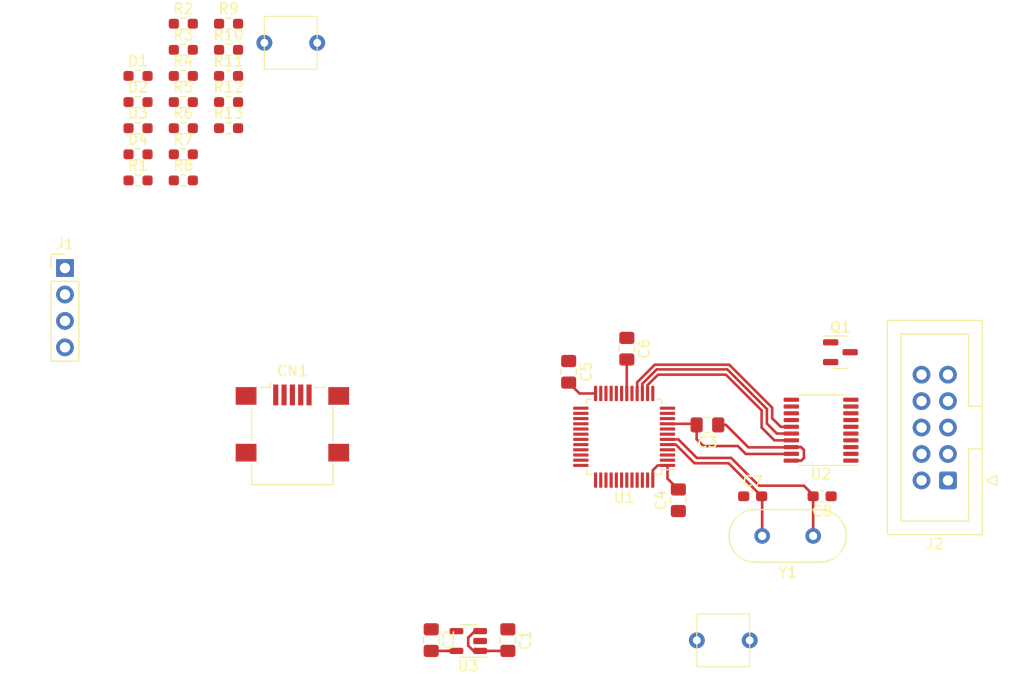
<source format=kicad_pcb>
(kicad_pcb (version 20221018) (generator pcbnew)
  (layers (0 "F.Cu" signal) (31 "B.Cu" signal) (34 "B.Paste" user) (35 "F.Paste" user) (36 "B.SilkS" user "B.Silkscreen") (37 "F.SilkS" user "F.Silkscreen") (38 "B.Mask" user) (39 "F.Mask" user) (44 "Edge.Cuts" user))
  (net 0 "")
  (net 1 "GND")
  (net 2 "+5V")
  (net 3 "+3.3V")
  (net 4 "/TARGET_POWER_ADC")
  (net 5 "Net-(U1-PD0)")
  (net 6 "Net-(U1-PD1)")
  (net 7 "Net-(CN1-D-)")
  (net 8 "Net-(CN1-D+)")
  (net 9 "Net-(D1-A)")
  (net 10 "Net-(D2-A)")
  (net 11 "Net-(D3-A)")
  (net 12 "Net-(D4-A)")
  (net 13 "/TXD")
  (net 14 "/RXD")
  (net 15 "/TPWR")
  (net 16 "/TARGET_TMS")
  (net 17 "/TARGET_TCK")
  (net 18 "/TARGET_TDO")
  (net 20 "/TARGET_TDI")
  (net 21 "/TARGET_RST")
  (net 22 "/PWR_BR")
  (net 23 "/USB_DM")
  (net 24 "/USB_PM")
  (net 25 "/USB_ENUMERATE")
  (net 26 "/VBUS")
  (net 27 "/FORCE_BOOTLOADER")
  (net 28 "/LED2")
  (net 29 "/LED1")
  (net 30 "/LED0")
  (net 31 "Net-(U1-BOOT0)")
  (net 38 "/RST")
  (net 39 "/TDI")
  (net 40 "/TMS")
  (net 41 "/TCK")
  (net 42 "/TDO")
  (footprint "Resistor_SMD:R_0603_1608Metric_Pad0.98x0.95mm_HandSolder" (layer "F.Cu") (at 86.3185 37.207)
    (fp_text reference "R11" (at 0 -1.43) (layer "F.SilkS"))
    (fp_text value "390")
    (fp_line (start -0.254724 -0.5225) (end 0.254724 -0.5225) (stroke (width 0.12)) (layer "F.SilkS"))
    (fp_line (start -0.254724 0.5225) (end 0.254724 0.5225) (stroke (width 0.12)) (layer "F.SilkS"))
    (pad "1" smd roundrect (at -0.9125 0) (size 0.975 0.95) (layers "F.Cu" "F.Paste" "F.Mask") (net 29 "/LED1"))
    (pad "2" smd roundrect (at 0.9125 0) (size 0.975 0.95) (layers "F.Cu" "F.Paste" "F.Mask") (net 11 "Net-(D3-A)"))
  )
  (footprint "Crystal:Crystal_HC18-U_Vertical" (layer "F.Cu") (at 142.494 81.407 180)
    (fp_text reference "Y1" (at 2.45 -3.525) (layer "F.SilkS"))
    (fp_text value "8MHz")
    (fp_line (start -0.675 -2.525) (end 5.575 -2.525) (stroke (width 0.12)) (layer "F.SilkS"))
    (fp_line (start -0.675 2.525) (end 5.575 2.525) (stroke (width 0.12)) (layer "F.SilkS"))
    (fp_arc (start -0.675 2.525) (mid -3.2 0) (end -0.675 -2.525) (stroke (width 0.12)) (layer "F.SilkS"))
    (fp_arc (start 5.575 -2.525) (mid 8.1 0) (end 5.575 2.525) (stroke (width 0.12)) (layer "F.SilkS"))
    (pad "1" thru_hole circle (at 0 0 180) (size 1.5 1.5) (drill 0.8) (layers "*.Cu" "*.Mask") (net 6 "Net-(U1-PD1)"))
    (pad "2" thru_hole circle (at 4.9 0 180) (size 1.5 1.5) (drill 0.8) (layers "*.Cu" "*.Mask") (net 5 "Net-(U1-PD0)"))
  )
  (footprint "Capacitor_SMD:C_0603_1608Metric_Pad1.08x0.95mm_HandSolder" (layer "F.Cu") (at 136.6785 77.597)
    (fp_text reference "C7" (at 0 -1.43) (layer "F.SilkS"))
    (fp_text value "18p")
    (fp_line (start -0.146267 -0.51) (end 0.146267 -0.51) (stroke (width 0.12)) (layer "F.SilkS"))
    (fp_line (start -0.146267 0.51) (end 0.146267 0.51) (stroke (width 0.12)) (layer "F.SilkS"))
    (pad "1" smd roundrect (at -0.8625 0) (size 1.075 0.95) (layers "F.Cu" "F.Paste" "F.Mask") (net 1 "GND"))
    (pad "2" smd roundrect (at 0.8625 0) (size 1.075 0.95) (layers "F.Cu" "F.Paste" "F.Mask") (net 5 "Net-(U1-PD0)"))
  )
  (footprint "Resistor_SMD:R_0603_1608Metric_Pad0.98x0.95mm_HandSolder" (layer "F.Cu") (at 77.6185 42.227)
    (fp_text reference "D3" (at 0 -1.43) (layer "F.SilkS"))
    (fp_text value "LED")
    (fp_line (start -0.254724 -0.5225) (end 0.254724 -0.5225) (stroke (width 0.12)) (layer "F.SilkS"))
    (fp_line (start -0.254724 0.5225) (end 0.254724 0.5225) (stroke (width 0.12)) (layer "F.SilkS"))
    (pad "1" smd roundrect (at -0.9125 0) (size 0.975 0.95) (layers "F.Cu" "F.Paste" "F.Mask") (net 1 "GND"))
    (pad "2" smd roundrect (at 0.9125 0) (size 0.975 0.95) (layers "F.Cu" "F.Paste" "F.Mask") (net 11 "Net-(D3-A)"))
  )
  (footprint "Custom PADs:BMP_SWITCH_2PIN" (layer "F.Cu") (at 92.2955 34.022)
    (fp_text reference "SW1" hide)
    (fp_text value "SW_Push")
    (fp_rect (start -2.54 2.54) (end 2.54 -2.54) (stroke (width 0.1)) (fill none) (layer "F.SilkS"))
    (pad "1" thru_hole circle (at -2.54 0) (size 1.524 1.524) (drill 0.762) (layers "*.Cu" "*.Mask") (net 1 "GND"))
    (pad "2" thru_hole circle (at 2.54 0) (size 1.524 1.524) (drill 0.762) (layers "*.Cu" "*.Mask") (net 27 "/FORCE_BOOTLOADER"))
  )
  (footprint "Resistor_SMD:R_0603_1608Metric_Pad0.98x0.95mm_HandSolder" (layer "F.Cu") (at 77.6185 44.737)
    (fp_text reference "D4" (at 0 -1.43) (layer "F.SilkS"))
    (fp_text value "LED")
    (fp_line (start -0.254724 -0.5225) (end 0.254724 -0.5225) (stroke (width 0.12)) (layer "F.SilkS"))
    (fp_line (start -0.254724 0.5225) (end 0.254724 0.5225) (stroke (width 0.12)) (layer "F.SilkS"))
    (pad "1" smd roundrect (at -0.9125 0) (size 0.975 0.95) (layers "F.Cu" "F.Paste" "F.Mask") (net 1 "GND"))
    (pad "2" smd roundrect (at 0.9125 0) (size 0.975 0.95) (layers "F.Cu" "F.Paste" "F.Mask") (net 12 "Net-(D4-A)"))
  )
  (footprint "Resistor_SMD:R_0603_1608Metric_Pad0.98x0.95mm_HandSolder" (layer "F.Cu") (at 77.6185 47.247)
    (fp_text reference "R1" (at 0 -1.43) (layer "F.SilkS"))
    (fp_text value "220")
    (fp_line (start -0.254724 -0.5225) (end 0.254724 -0.5225) (stroke (width 0.12)) (layer "F.SilkS"))
    (fp_line (start -0.254724 0.5225) (end 0.254724 0.5225) (stroke (width 0.12)) (layer "F.SilkS"))
    (pad "1" smd roundrect (at -0.9125 0) (size 0.975 0.95) (layers "F.Cu" "F.Paste" "F.Mask") (net 23 "/USB_DM"))
    (pad "2" smd roundrect (at 0.9125 0) (size 0.975 0.95) (layers "F.Cu" "F.Paste" "F.Mask") (net 7 "Net-(CN1-D-)"))
  )
  (footprint "Resistor_SMD:R_0603_1608Metric_Pad0.98x0.95mm_HandSolder" (layer "F.Cu") (at 77.6185 37.207)
    (fp_text reference "D1" (at 0 -1.43) (layer "F.SilkS"))
    (fp_text value "LED")
    (fp_line (start -0.254724 -0.5225) (end 0.254724 -0.5225) (stroke (width 0.12)) (layer "F.SilkS"))
    (fp_line (start -0.254724 0.5225) (end 0.254724 0.5225) (stroke (width 0.12)) (layer "F.SilkS"))
    (pad "1" smd roundrect (at -0.9125 0) (size 0.975 0.95) (layers "F.Cu" "F.Paste" "F.Mask") (net 1 "GND"))
    (pad "2" smd roundrect (at 0.9125 0) (size 0.975 0.95) (layers "F.Cu" "F.Paste" "F.Mask") (net 9 "Net-(D1-A)"))
  )
  (footprint "Resistor_SMD:R_0603_1608Metric_Pad0.98x0.95mm_HandSolder" (layer "F.Cu") (at 81.9685 47.247)
    (fp_text reference "R8" (at 0 -1.43) (layer "F.SilkS"))
    (fp_text value "4K7")
    (fp_line (start -0.254724 -0.5225) (end 0.254724 -0.5225) (stroke (width 0.12)) (layer "F.SilkS"))
    (fp_line (start -0.254724 0.5225) (end 0.254724 0.5225) (stroke (width 0.12)) (layer "F.SilkS"))
    (pad "1" smd roundrect (at -0.9125 0) (size 0.975 0.95) (layers "F.Cu" "F.Paste" "F.Mask") (net 15 "/TPWR"))
    (pad "2" smd roundrect (at 0.9125 0) (size 0.975 0.95) (layers "F.Cu" "F.Paste" "F.Mask") (net 4 "/TARGET_POWER_ADC"))
  )
  (footprint "Resistor_SMD:R_0603_1608Metric_Pad0.98x0.95mm_HandSolder" (layer "F.Cu") (at 81.9685 42.227)
    (fp_text reference "R6" (at 0 -1.43) (layer "F.SilkS"))
    (fp_text value "10K")
    (fp_line (start -0.254724 -0.5225) (end 0.254724 -0.5225) (stroke (width 0.12)) (layer "F.SilkS"))
    (fp_line (start -0.254724 0.5225) (end 0.254724 0.5225) (stroke (width 0.12)) (layer "F.SilkS"))
    (pad "1" smd roundrect (at -0.9125 0) (size 0.975 0.95) (layers "F.Cu" "F.Paste" "F.Mask") (net 1 "GND"))
    (pad "2" smd roundrect (at 0.9125 0) (size 0.975 0.95) (layers "F.Cu" "F.Paste" "F.Mask") (net 4 "/TARGET_POWER_ADC"))
  )
  (footprint "Resistor_SMD:R_0603_1608Metric_Pad0.98x0.95mm_HandSolder" (layer "F.Cu") (at 86.3185 32.187)
    (fp_text reference "R9" (at 0 -1.43) (layer "F.SilkS"))
    (fp_text value "390")
    (fp_line (start -0.254724 -0.5225) (end 0.254724 -0.5225) (stroke (width 0.12)) (layer "F.SilkS"))
    (fp_line (start -0.254724 0.5225) (end 0.254724 0.5225) (stroke (width 0.12)) (layer "F.SilkS"))
    (pad "1" smd roundrect (at -0.9125 0) (size 0.975 0.95) (layers "F.Cu" "F.Paste" "F.Mask") (net 3 "+3.3V"))
    (pad "2" smd roundrect (at 0.9125 0) (size 0.975 0.95) (layers "F.Cu" "F.Paste" "F.Mask") (net 9 "Net-(D1-A)"))
  )
  (footprint "Resistor_SMD:R_0603_1608Metric_Pad0.98x0.95mm_HandSolder" (layer "F.Cu") (at 86.3185 39.717)
    (fp_text reference "R12" (at 0 -1.43) (layer "F.SilkS"))
    (fp_text value "390")
    (fp_line (start -0.254724 -0.5225) (end 0.254724 -0.5225) (stroke (width 0.12)) (layer "F.SilkS"))
    (fp_line (start -0.254724 0.5225) (end 0.254724 0.5225) (stroke (width 0.12)) (layer "F.SilkS"))
    (pad "1" smd roundrect (at -0.9125 0) (size 0.975 0.95) (layers "F.Cu" "F.Paste" "F.Mask") (net 30 "/LED0"))
    (pad "2" smd roundrect (at 0.9125 0) (size 0.975 0.95) (layers "F.Cu" "F.Paste" "F.Mask") (net 12 "Net-(D4-A)"))
  )
  (footprint "Capacitor_SMD:C_0603_1608Metric_Pad1.08x0.95mm_HandSolder" (layer "F.Cu") (at 143.3565 77.597 180)
    (fp_text reference "C8" (at 0 -1.43) (layer "F.SilkS"))
    (fp_text value "18p")
    (fp_line (start -0.146267 -0.51) (end 0.146267 -0.51) (stroke (width 0.12)) (layer "F.SilkS"))
    (fp_line (start -0.146267 0.51) (end 0.146267 0.51) (stroke (width 0.12)) (layer "F.SilkS"))
    (pad "1" smd roundrect (at -0.8625 0 180) (size 1.075 0.95) (layers "F.Cu" "F.Paste" "F.Mask") (net 1 "GND"))
    (pad "2" smd roundrect (at 0.8625 0 180) (size 1.075 0.95) (layers "F.Cu" "F.Paste" "F.Mask") (net 6 "Net-(U1-PD1)"))
  )
  (footprint "Capacitor_SMD:C_0805_2012Metric_Pad1.18x1.45mm_HandSolder" (layer "F.Cu") (at 105.791 91.4185 -90)
    (fp_text reference "C2" (at 0 -1.68 90) (layer "F.SilkS"))
    (fp_text value "1uF")
    (fp_line (start -0.261252 -0.735) (end 0.261252 -0.735) (stroke (width 0.12)) (layer "F.SilkS"))
    (fp_line (start -0.261252 0.735) (end 0.261252 0.735) (stroke (width 0.12)) (layer "F.SilkS"))
    (pad "1" smd roundrect (at -1.0375 0 270) (size 1.175 1.45) (layers "F.Cu" "F.Paste" "F.Mask") (roundrect_rratio 0.212766) (net 1 "GND"))
    (pad "2" smd roundrect (at 1.0375 0 270) (size 1.175 1.45) (layers "F.Cu" "F.Paste" "F.Mask") (roundrect_rratio 0.212766) (net 3 "+3.3V"))
  )
  (footprint "Package_TO_SOT_SMD:SOT-23" (layer "F.Cu") (at 145.1125 63.754)
    (fp_text reference "Q1" (at 0 -2.4) (layer "F.SilkS"))
    (fp_text value "IRLML5203")
    (fp_line (start 0 -1.56) (end -1.675 -1.56) (stroke (width 0.12)) (layer "F.SilkS"))
    (fp_line (start 0 -1.56) (end 0.65 -1.56) (stroke (width 0.12)) (layer "F.SilkS"))
    (fp_line (start 0 1.56) (end -0.65 1.56) (stroke (width 0.12)) (layer "F.SilkS"))
    (fp_line (start 0 1.56) (end 0.65 1.56) (stroke (width 0.12)) (layer "F.SilkS"))
    (pad "1" smd roundrect (at -0.9375 -0.95) (size 1.475 0.6) (layers "F.Cu" "F.Paste" "F.Mask") (net 22 "/PWR_BR"))
    (pad "2" smd roundrect (at -0.9375 0.95) (size 1.475 0.6) (layers "F.Cu" "F.Paste" "F.Mask") (net 3 "+3.3V"))
    (pad "3" smd roundrect (at 0.9375 0) (size 1.475 0.6) (layers "F.Cu" "F.Paste" "F.Mask") (net 15 "/TPWR"))
  )
  (footprint "Resistor_SMD:R_0603_1608Metric_Pad0.98x0.95mm_HandSolder" (layer "F.Cu") (at 86.3185 42.227)
    (fp_text reference "R13" (at 0 -1.43) (layer "F.SilkS"))
    (fp_text value "10K")
    (fp_line (start -0.254724 -0.5225) (end 0.254724 -0.5225) (stroke (width 0.12)) (layer "F.SilkS"))
    (fp_line (start -0.254724 0.5225) (end 0.254724 0.5225) (stroke (width 0.12)) (layer "F.SilkS"))
    (pad "1" smd roundrect (at -0.9125 0) (size 0.975 0.95) (layers "F.Cu" "F.Paste" "F.Mask") (net 1 "GND"))
    (pad "2" smd roundrect (at 0.9125 0) (size 0.975 0.95) (layers "F.Cu" "F.Paste" "F.Mask") (net 31 "Net-(U1-BOOT0)"))
  )
  (footprint "Resistor_SMD:R_0603_1608Metric_Pad0.98x0.95mm_HandSolder" (layer "F.Cu") (at 81.9685 32.187)
    (fp_text reference "R2" (at 0 -1.43) (layer "F.SilkS"))
    (fp_text value "220")
    (fp_line (start -0.254724 -0.5225) (end 0.254724 -0.5225) (stroke (width 0.12)) (layer "F.SilkS"))
    (fp_line (start -0.254724 0.5225) (end 0.254724 0.5225) (stroke (width 0.12)) (layer "F.SilkS"))
    (pad "1" smd roundrect (at -0.9125 0) (size 0.975 0.95) (layers "F.Cu" "F.Paste" "F.Mask") (net 24 "/USB_PM"))
    (pad "2" smd roundrect (at 0.9125 0) (size 0.975 0.95) (layers "F.Cu" "F.Paste" "F.Mask") (net 8 "Net-(CN1-D+)"))
  )
  (footprint "Connector_PinHeader_2.54mm:PinHeader_1x04_P2.54mm_Vertical" (layer "F.Cu") (at 70.5985 55.667)
    (fp_text reference "J1" (at 0 -2.33) (layer "F.SilkS"))
    (fp_text value "Conn_01x04_Pin")
    (fp_line (start -1.33 -1.33) (end 0 -1.33) (stroke (width 0.12)) (layer "F.SilkS"))
    (fp_line (start -1.33 0) (end -1.33 -1.33) (stroke (width 0.12)) (layer "F.SilkS"))
    (fp_line (start -1.33 1.27) (end -1.33 8.95) (stroke (width 0.12)) (layer "F.SilkS"))
    (fp_line (start -1.33 1.27) (end 1.33 1.27) (stroke (width 0.12)) (layer "F.SilkS"))
    (fp_line (start -1.33 8.95) (end 1.33 8.95) (stroke (width 0.12)) (layer "F.SilkS"))
    (fp_line (start 1.33 1.27) (end 1.33 8.95) (stroke (width 0.12)) (layer "F.SilkS"))
    (pad "1" thru_hole rect (at 0 0) (size 1.7 1.7) (drill 1) (layers "*.Cu" "*.Mask") (net 1 "GND"))
    (pad "2" thru_hole oval (at 0 2.54) (size 1.7 1.7) (drill 1) (layers "*.Cu" "*.Mask") (net 13 "/TXD"))
    (pad "3" thru_hole oval (at 0 5.08) (size 1.7 1.7) (drill 1) (layers "*.Cu" "*.Mask") (net 14 "/RXD"))
    (pad "4" thru_hole oval (at 0 7.62) (size 1.7 1.7) (drill 1) (layers "*.Cu" "*.Mask") (net 3 "+3.3V"))
  )
  (footprint "Resistor_SMD:R_0603_1608Metric_Pad0.98x0.95mm_HandSolder" (layer "F.Cu") (at 77.6185 39.717)
    (fp_text reference "D2" (at 0 -1.43) (layer "F.SilkS"))
    (fp_text value "LED")
    (fp_line (start -0.254724 -0.5225) (end 0.254724 -0.5225) (stroke (width 0.12)) (layer "F.SilkS"))
    (fp_line (start -0.254724 0.5225) (end 0.254724 0.5225) (stroke (width 0.12)) (layer "F.SilkS"))
    (pad "1" smd roundrect (at -0.9125 0) (size 0.975 0.95) (layers "F.Cu" "F.Paste" "F.Mask") (net 1 "GND"))
    (pad "2" smd roundrect (at 0.9125 0) (size 0.975 0.95) (layers "F.Cu" "F.Paste" "F.Mask") (net 10 "Net-(D2-A)"))
  )
  (footprint "Capacitor_SMD:C_0805_2012Metric_Pad1.18x1.45mm_HandSolder" (layer "F.Cu") (at 129.54 77.978 90)
    (fp_text reference "C4" (at 0 -1.68 90) (layer "F.SilkS"))
    (fp_text value "100nF")
    (fp_line (start -0.261252 -0.735) (end 0.261252 -0.735) (stroke (width 0.12)) (layer "F.SilkS"))
    (fp_line (start -0.261252 0.735) (end 0.261252 0.735) (stroke (width 0.12)) (layer "F.SilkS"))
    (pad "1" smd roundrect (at -1.0375 0 90) (size 1.175 1.45) (layers "F.Cu" "F.Paste" "F.Mask") (roundrect_rratio 0.212766) (net 1 "GND"))
    (pad "2" smd roundrect (at 1.0375 0 90) (size 1.175 1.45) (layers "F.Cu" "F.Paste" "F.Mask") (roundrect_rratio 0.212766) (net 3 "+3.3V"))
  )
  (footprint "Capacitor_SMD:C_0805_2012Metric_Pad1.18x1.45mm_HandSolder" (layer "F.Cu") (at 113.157 91.4185 -90)
    (fp_text reference "C1" (at 0 -1.68 90) (layer "F.SilkS"))
    (fp_text value "1uF")
    (fp_line (start -0.261252 -0.735) (end 0.261252 -0.735) (stroke (width 0.12)) (layer "F.SilkS"))
    (fp_line (start -0.261252 0.735) (end 0.261252 0.735) (stroke (width 0.12)) (layer "F.SilkS"))
    (pad "1" smd roundrect (at -1.0375 0 270) (size 1.175 1.45) (layers "F.Cu" "F.Paste" "F.Mask") (roundrect_rratio 0.212766) (net 1 "GND"))
    (pad "2" smd roundrect (at 1.0375 0 270) (size 1.175 1.45) (layers "F.Cu" "F.Paste" "F.Mask") (roundrect_rratio 0.212766) (net 2 "+5V"))
  )
  (footprint "Resistor_SMD:R_0603_1608Metric_Pad0.98x0.95mm_HandSolder" (layer "F.Cu") (at 81.9685 34.697)
    (fp_text reference "R3" (at 0 -1.43) (layer "F.SilkS"))
    (fp_text value "220")
    (fp_line (start -0.254724 -0.5225) (end 0.254724 -0.5225) (stroke (width 0.12)) (layer "F.SilkS"))
    (fp_line (start -0.254724 0.5225) (end 0.254724 0.5225) (stroke (width 0.12)) (layer "F.SilkS"))
    (pad "1" smd roundrect (at -0.9125 0) (size 0.975 0.95) (layers "F.Cu" "F.Paste" "F.Mask") (net 25 "/USB_ENUMERATE"))
    (pad "2" smd roundrect (at 0.9125 0) (size 0.975 0.95) (layers "F.Cu" "F.Paste" "F.Mask") (net 8 "Net-(CN1-D+)"))
  )
  (footprint "Capacitor_SMD:C_0805_2012Metric_Pad1.18x1.45mm_HandSolder" (layer "F.Cu") (at 118.999 65.6375 -90)
    (fp_text reference "C5" (at 0 -1.68 90) (layer "F.SilkS"))
    (fp_text value "100nF")
    (fp_line (start -0.261252 -0.735) (end 0.261252 -0.735) (stroke (width 0.12)) (layer "F.SilkS"))
    (fp_line (start -0.261252 0.735) (end 0.261252 0.735) (stroke (width 0.12)) (layer "F.SilkS"))
    (pad "1" smd roundrect (at -1.0375 0 270) (size 1.175 1.45) (layers "F.Cu" "F.Paste" "F.Mask") (roundrect_rratio 0.212766) (net 1 "GND"))
    (pad "2" smd roundrect (at 1.0375 0 270) (size 1.175 1.45) (layers "F.Cu" "F.Paste" "F.Mask") (roundrect_rratio 0.212766) (net 3 "+3.3V"))
  )
  (footprint "Resistor_SMD:R_0603_1608Metric_Pad0.98x0.95mm_HandSolder" (layer "F.Cu") (at 81.9685 37.207)
    (fp_text reference "R4" (at 0 -1.43) (layer "F.SilkS"))
    (fp_text value "10K")
    (fp_line (start -0.254724 -0.5225) (end 0.254724 -0.5225) (stroke (width 0.12)) (layer "F.SilkS"))
    (fp_line (start -0.254724 0.5225) (end 0.254724 0.5225) (stroke (width 0.12)) (layer "F.SilkS"))
    (pad "1" smd roundrect (at -0.9125 0) (size 0.975 0.95) (layers "F.Cu" "F.Paste" "F.Mask") (net 1 "GND"))
    (pad "2" smd roundrect (at 0.9125 0) (size 0.975 0.95) (layers "F.Cu" "F.Paste" "F.Mask") (net 26 "/VBUS"))
  )
  (footprint "Package_QFP:LQFP-48_7x7mm_P0.5mm" (layer "F.Cu") (at 124.333 71.882 180)
    (fp_text reference "U1" (at 0 -5.85) (layer "F.SilkS"))
    (fp_text value "STM32F103CBTx")
    (fp_line (start -3.61 -3.61) (end -3.61 -3.16) (stroke (width 0.12)) (layer "F.SilkS"))
    (fp_line (start -3.61 -3.16) (end -4.9 -3.16) (stroke (width 0.12)) (layer "F.SilkS"))
    (fp_line (start -3.61 3.61) (end -3.61 3.16) (stroke (width 0.12)) (layer "F.SilkS"))
    (fp_line (start -3.16 -3.61) (end -3.61 -3.61) (stroke (width 0.12)) (layer "F.SilkS"))
    (fp_line (start -3.16 3.61) (end -3.61 3.61) (stroke (width 0.12)) (layer "F.SilkS"))
    (fp_line (start 3.16 -3.61) (end 3.61 -3.61) (stroke (width 0.12)) (layer "F.SilkS"))
    (fp_line (start 3.16 3.61) (end 3.61 3.61) (stroke (width 0.12)) (layer "F.SilkS"))
    (fp_line (start 3.61 -3.61) (end 3.61 -3.16) (stroke (width 0.12)) (layer "F.SilkS"))
    (fp_line (start 3.61 3.61) (end 3.61 3.16) (stroke (width 0.12)) (layer "F.SilkS"))
    (pad "1" smd roundrect (at -4.1625 -2.75 180) (size 1.475 0.3) (layers "F.Cu" "F.Paste" "F.Mask") (net 3 "+3.3V"))
    (pad "2" smd roundrect (at -4.1625 -2.25 180) (size 1.475 0.3) (layers "F.Cu" "F.Paste" "F.Mask"))
    (pad "3" smd roundrect (at -4.1625 -1.75 180) (size 1.475 0.3) (layers "F.Cu" "F.Paste" "F.Mask"))
    (pad "4" smd roundrect (at -4.1625 -1.25 180) (size 1.475 0.3) (layers "F.Cu" "F.Paste" "F.Mask"))
    (pad "5" smd roundrect (at -4.1625 -0.75 180) (size 1.475 0.3) (layers "F.Cu" "F.Paste" "F.Mask") (net 5 "Net-(U1-PD0)"))
    (pad "6" smd roundrect (at -4.1625 -0.25 180) (size 1.475 0.3) (layers "F.Cu" "F.Paste" "F.Mask") (net 6 "Net-(U1-PD1)"))
    (pad "7" smd roundrect (at -4.1625 0.25 180) (size 1.475 0.3) (layers "F.Cu" "F.Paste" "F.Mask"))
    (pad "8" smd roundrect (at -4.1625 0.75 180) (size 1.475 0.3) (layers "F.Cu" "F.Paste" "F.Mask") (net 1 "GND"))
    (pad "9" smd roundrect (at -4.1625 1.25 180) (size 1.475 0.3) (layers "F.Cu" "F.Paste" "F.Mask") (net 3 "+3.3V"))
    (pad "10" smd roundrect (at -4.1625 1.75 180) (size 1.475 0.3) (layers "F.Cu" "F.Paste" "F.Mask"))
    (pad "11" smd roundrect (at -4.1625 2.25 180) (size 1.475 0.3) (layers "F.Cu" "F.Paste" "F.Mask"))
    (pad "12" smd roundrect (at -4.1625 2.75 180) (size 1.475 0.3) (layers "F.Cu" "F.Paste" "F.Mask") (net 38 "/RST"))
    (pad "13" smd roundrect (at -2.75 4.1625 180) (size 0.3 1.475) (layers "F.Cu" "F.Paste" "F.Mask") (net 39 "/TDI"))
    (pad "14" smd roundrect (at -2.25 4.1625 180) (size 0.3 1.475) (layers "F.Cu" "F.Paste" "F.Mask") (net 40 "/TMS"))
    (pad "15" smd roundrect (at -1.75 4.1625 180) (size 0.3 1.475) (layers "F.Cu" "F.Paste" "F.Mask") (net 41 "/TCK"))
    (pad "16" smd roundrect (at -1.25 4.1625 180) (size 0.3 1.475) (layers "F.Cu" "F.Paste" "F.Mask") (net 42 "/TDO"))
    (pad "17" smd roundrect (at -0.75 4.1625 180) (size 0.3 1.475) (layers "F.Cu" "F.Paste" "F.Mask"))
    (pad "18" smd roundrect (at -0.25 4.1625 180) (size 0.3 1.475) (layers "F.Cu" "F.Paste" "F.Mask") (net 4 "/TARGET_POWER_ADC"))
    (pad "19" smd roundrect (at 0.25 4.1625 180) (size 0.3 1.475) (layers "F.Cu" "F.Paste" "F.Mask") (net 22 "/PWR_BR"))
    (pad "20" smd roundrect (at 0.75 4.1625 180) (size 0.3 1.475) (layers "F.Cu" "F.Paste" "F.Mask") (net 30 "/LED0"))
    (pad "21" smd roundrect (at 1.25 4.1625 180) (size 0.3 1.475) (layers "F.Cu" "F.Paste" "F.Mask") (net 29 "/LED1"))
    (pad "22" smd roundrect (at 1.75 4.1625 180) (size 0.3 1.475) (layers "F.Cu" "F.Paste" "F.Mask") (net 28 "/LED2"))
    (pad "23" smd roundrect (at 2.25 4.1625 180) (size 0.3 1.475) (layers "F.Cu" "F.Paste" "F.Mask") (net 1 "GND"))
    (pad "24" smd roundrect (at 2.75 4.1625 180) (size 0.3 1.475) (layers "F.Cu" "F.Paste" "F.Mask") (net 3 "+3.3V"))
    (pad "25" smd roundrect (at 4.1625 2.75 180) (size 1.475 0.3) (layers "F.Cu" "F.Paste" "F.Mask") (net 27 "/FORCE_BOOTLOADER"))
    (pad "26" smd roundrect (at 4.1625 2.25 180) (size 1.475 0.3) (layers "F.Cu" "F.Paste" "F.Mask") (net 26 "/VBUS"))
    (pad "27" smd roundrect (at 4.1625 1.75 180) (size 1.475 0.3) (layers "F.Cu" "F.Paste" "F.Mask"))
    (pad "28" smd roundrect (at 4.1625 1.25 180) (size 1.475 0.3) (layers "F.Cu" "F.Paste" "F.Mask"))
    (pad "29" smd roundrect (at 4.1625 0.75 180) (size 1.475 0.3) (layers "F.Cu" "F.Paste" "F.Mask") (net 25 "/USB_ENUMERATE"))
    (pad "30" smd roundrect (at 4.1625 0.25 180) (size 1.475 0.3) (layers "F.Cu" "F.Paste" "F.Mask") (net 13 "/TXD"))
    (pad "31" smd roundrect (at 4.1625 -0.25 180) (size 1.475 0.3) (layers "F.Cu" "F.Paste" "F.Mask") (net 14 "/RXD"))
    (pad "32" smd roundrect (at 4.1625 -0.75 180) (size 1.475 0.3) (layers "F.Cu" "F.Paste" "F.Mask") (net 23 "/USB_DM"))
    (pad "33" smd roundrect (at 4.1625 -1.25 180) (size 1.475 0.3) (layers "F.Cu" "F.Paste" "F.Mask") (net 24 "/USB_PM"))
    (pad "34" smd roundrect (at 4.1625 -1.75 180) (size 1.475 0.3) (layers "F.Cu" "F.Paste" "F.Mask") (net 14 "/RXD"))
    (pad "35" smd roundrect (at 4.1625 -2.25 180) (size 1.475 0.3) (layers "F.Cu" "F.Paste" "F.Mask") (net 1 "GND"))
    (pad "36" smd roundrect (at 4.1625 -2.75 180) (size 1.475 0.3) (layers "F.Cu" "F.Paste" "F.Mask") (net 3 "+3.3V"))
    (pad "37" smd roundrect (at 2.75 -4.1625 180) (size 0.3 1.475) (layers "F.Cu" "F.Paste" "F.Mask") (net 13 "/TXD"))
    (pad "38" smd roundrect (at 2.25 -4.1625 180) (size 0.3 1.475) (layers "F.Cu" "F.Paste" "F.Mask"))
    (pad "39" smd roundrect (at 1.75 -4.1625 180) (size 0.3 1.475) (layers "F.Cu" "F.Paste" "F.Mask"))
    (pad "40" smd roundrect (at 1.25 -4.1625 180) (size 0.3 1.475) (layers "F.Cu" "F.Paste" "F.Mask") (net 3 "+3.3V"))
    (pad "41" smd roundrect (at 0.75 -4.1625 180) (size 0.3 1.475) (layers "F.Cu" "F.Paste" "F.Mask") (net 3 "+3.3V"))
    (pad "42" smd roundrect (at 0.25 -4.1625 180) (size 0.3 1.475) (layers "F.Cu" "F.Paste" "F.Mask"))
    (pad "43" smd roundrect (at -0.25 -4.1625 180) (size 0.3 1.475) (layers "F.Cu" "F.Paste" "F.Mask"))
    (pad "44" smd roundrect (at -0.75 -4.1625 180) (size 0.3 1.475) (layers "F.Cu" "F.Paste" "F.Mask") (net 31 "Net-(U1-BOOT0)"))
    (pad "45" smd roundrect (at -1.25 -4.1625 180) (size 0.3 1.475) (layers "F.Cu" "F.Paste" "F.Mask"))
    (pad "46" smd roundrect (at -1.75 -4.1625 180) (size 0.3 1.475) (layers "F.Cu" "F.Paste" "F.Mask"))
    (pad "47" smd roundrect (at -2.25 -4.1625 180) (size 0.3 1.475) (layers "F.Cu" "F.Paste" "F.Mask") (net 1 "GND"))
    (pad "48" smd roundrect (at -2.75 -4.1625 180) (size 0.3 1.475) (layers "F.Cu" "F.Paste" "F.Mask") (net 3 "+3.3V"))
  )
  (footprint "Connector_IDC:IDC-Header_2x05_P2.54mm_Vertical" (layer "F.Cu") (at 155.448 76.073 180)
    (fp_text reference "J2" (at 1.27 -6.1) (layer "F.SilkS"))
    (fp_text value "Conn_02x05_Odd_Even")
    (fp_line (start -4.68 -0.5) (end -4.68 0.5) (stroke (width 0.12)) (layer "F.SilkS"))
    (fp_line (start -4.68 0.5) (end -3.68 0) (stroke (width 0.12)) (layer "F.SilkS"))
    (fp_line (start -3.68 0) (end -4.68 -0.5) (stroke (width 0.12)) (layer "F.SilkS"))
    (fp_line (start -3.29 -5.21) (end 5.83 -5.21) (stroke (width 0.12)) (layer "F.SilkS"))
    (fp_line (start -3.29 3.03) (end -1.98 3.03) (stroke (width 0.12)) (layer "F.SilkS"))
    (fp_line (start -3.29 15.37) (end -3.29 -5.21) (stroke (width 0.12)) (layer "F.SilkS"))
    (fp_line (start -1.98 -3.91) (end 4.52 -3.91) (stroke (width 0.12)) (layer "F.SilkS"))
    (fp_line (start -1.98 3.03) (end -1.98 -3.91) (stroke (width 0.12)) (layer "F.SilkS"))
    (fp_line (start -1.98 7.13) (end -3.29 7.13) (stroke (width 0.12)) (layer "F.SilkS"))
    (fp_line (start -1.98 7.13) (end -1.98 7.13) (stroke (width 0.12)) (layer "F.SilkS"))
    (fp_line (start -1.98 14.07) (end -1.98 7.13) (stroke (width 0.12)) (layer "F.SilkS"))
    (fp_line (start 4.52 -3.91) (end 4.52 14.07) (stroke (width 0.12)) (layer "F.SilkS"))
    (fp_line (start 4.52 14.07) (end -1.98 14.07) (stroke (width 0.12)) (layer "F.SilkS"))
    (fp_line (start 5.83 -5.21) (end 5.83 15.37) (stroke (width 0.12)) (layer "F.SilkS"))
    (fp_line (start 5.83 15.37) (end -3.29 15.37) (stroke (width 0.12)) (layer "F.SilkS"))
    (pad "1" thru_hole roundrect (at 0 0 180) (size 1.7 1.7) (drill 1) (layers "*.Cu" "*.Mask") (roundrect_rratio 0.147059) (net 15 "/TPWR"))
    (pad "2" thru_hole circle (at 2.54 0 180) (size 1.7 1.7) (drill 1) (layers "*.Cu" "*.Mask") (net 16 "/TARGET_TMS"))
    (pad "3" thru_hole circle (at 0 2.54 180) (size 1.7 1.7) (drill 1) (layers "*.Cu" "*.Mask") (net 1 "GND"))
    (pad "4" thru_hole circle (at 2.54 2.54 180) (size 1.7 1.7) (drill 1) (layers "*.Cu" "*.Mask") (net 17 "/TARGET_TCK"))
    (pad "5" thru_hole circle (at 0 5.08 180) (size 1.7 1.7) (drill 1) (layers "*.Cu" "*.Mask") (net 1 "GND"))
    (pad "6" thru_hole circle (at 2.54 5.08 180) (size 1.7 1.7) (drill 1) (layers "*.Cu" "*.Mask") (net 18 "/TARGET_TDO"))
    (pad "7" thru_hole circle (at 0 7.62 180) (size 1.7 1.7) (drill 1) (layers "*.Cu" "*.Mask"))
    (pad "8" thru_hole circle (at 2.54 7.62 180) (size 1.7 1.7) (drill 1) (layers "*.Cu" "*.Mask") (net 20 "/TARGET_TDI"))
    (pad "9" thru_hole circle (at 0 10.16 180) (size 1.7 1.7) (drill 1) (layers "*.Cu" "*.Mask") (net 1 "GND"))
    (pad "10" thru_hole circle (at 2.54 10.16 180) (size 1.7 1.7) (drill 1) (layers "*.Cu" "*.Mask") (net 21 "/TARGET_RST"))
  )
  (footprint "Custom PADs:BMP_SWITCH_2PIN" (layer "F.Cu") (at 133.858 91.44)
    (fp_text reference "SW2" hide)
    (fp_text value "SW_Push")
    (fp_rect (start -2.54 2.54) (end 2.54 -2.54) (stroke (width 0.1)) (fill none) (layer "F.SilkS"))
    (pad "1" thru_hole circle (at -2.54 0) (size 1.524 1.524) (drill 0.762) (layers "*.Cu" "*.Mask") (net 31 "Net-(U1-BOOT0)"))
    (pad "2" thru_hole circle (at 2.54 0) (size 1.524 1.524) (drill 0.762) (layers "*.Cu" "*.Mask") (net 3 "+3.3V"))
  )
  (footprint "Connector_USB:USB_Mini-B_Lumberg_2486_01_Horizontal" (layer "F.Cu") (at 92.451 70.556)
    (fp_text reference "CN1" (at 0 -5) (layer "F.SilkS"))
    (fp_text value "USB_B_Mini")
    (fp_line (start -3.91 1.74) (end -3.91 -1.49) (stroke (width 0.12)) (layer "F.SilkS"))
    (fp_line (start -3.91 5.91) (end -3.91 3.96) (stroke (width 0.12)) (layer "F.SilkS"))
    (fp_line (start -3.19 -3.41) (end -2.11 -3.41) (stroke (width 0.12)) (layer "F.SilkS"))
    (fp_line (start -2.11 -3.41) (end -2.11 -3.84) (stroke (width 0.12)) (layer "F.SilkS"))
    (fp_line (start 2.11 -3.41) (end 3.19 -3.41) (stroke (width 0.12)) (layer "F.SilkS"))
    (fp_line (start 3.91 1.74) (end 3.91 -1.49) (stroke (width 0.12)) (layer "F.SilkS"))
    (fp_line (start 3.91 5.91) (end -3.91 5.91) (stroke (width 0.12)) (layer "F.SilkS"))
    (fp_line (start 3.91 5.91) (end 3.91 3.96) (stroke (width 0.12)) (layer "F.SilkS"))
    (pad "" np_thru_hole circle (at -2.2 0) (size 1 1) (drill 1) (layers "*.Cu" "*.Mask"))
    (pad "" np_thru_hole circle (at 2.2 0) (size 1 1) (drill 1) (layers "*.Cu" "*.Mask"))
    (pad "1" smd rect (at -1.6 -2.7) (size 0.5 2) (layers "F.Cu" "F.Paste" "F.Mask") (net 2 "+5V"))
    (pad "2" smd rect (at -0.8 -2.7) (size 0.5 2) (layers "F.Cu" "F.Paste" "F.Mask") (net 7 "Net-(CN1-D-)"))
    (pad "3" smd rect (at 0 -2.7) (size 0.5 2) (layers "F.Cu" "F.Paste" "F.Mask") (net 8 "Net-(CN1-D+)"))
    (pad "4" smd rect (at 0.8 -2.7) (size 0.5 2) (layers "F.Cu" "F.Paste" "F.Mask") (net 1 "GND"))
    (pad "5" smd rect (at 1.6 -2.7) (size 0.5 2) (layers "F.Cu" "F.Paste" "F.Mask") (net 1 "GND"))
    (pad "6" smd rect (at -4.45 -2.6) (size 2 1.7) (layers "F.Cu" "F.Paste" "F.Mask") (net 1 "GND"))
    (pad "6" smd rect (at -4.45 2.85) (size 2 1.7) (layers "F.Cu" "F.Paste" "F.Mask") (net 1 "GND"))
    (pad "6" smd rect (at 4.45 -2.6) (size 2 1.7) (layers "F.Cu" "F.Paste" "F.Mask") (net 1 "GND"))
    (pad "6" smd rect (at 4.45 2.85) (size 2 1.7) (layers "F.Cu" "F.Paste" "F.Mask") (net 1 "GND"))
  )
  (footprint "Package_SO:TSSOP-20_4.4x6.5mm_P0.65mm" (layer "F.Cu") (at 143.256 71.247 180)
    (fp_text reference "U2" (at 0 -4.2) (layer "F.SilkS"))
    (fp_text value "TXS0108EPW")
    (fp_line (start 0 -3.385) (end -3.6 -3.385) (stroke (width 0.12)) (layer "F.SilkS"))
    (fp_line (start 0 -3.385) (end 2.2 -3.385) (stroke (width 0.12)) (layer "F.SilkS"))
    (fp_line (start 0 3.385) (end -2.2 3.385) (stroke (width 0.12)) (layer "F.SilkS"))
    (fp_line (start 0 3.385) (end 2.2 3.385) (stroke (width 0.12)) (layer "F.SilkS"))
    (pad "1" smd roundrect (at -2.8625 -2.925 180) (size 1.475 0.4) (layers "F.Cu" "F.Paste" "F.Mask"))
    (pad "2" smd roundrect (at -2.8625 -2.275 180) (size 1.475 0.4) (layers "F.Cu" "F.Paste" "F.Mask") (net 15 "/TPWR"))
    (pad "3" smd roundrect (at -2.8625 -1.625 180) (size 1.475 0.4) (layers "F.Cu" "F.Paste" "F.Mask"))
    (pad "4" smd roundrect (at -2.8625 -0.975 180) (size 1.475 0.4) (layers "F.Cu" "F.Paste" "F.Mask") (net 16 "/TARGET_TMS"))
    (pad "5" smd roundrect (at -2.8625 -0.325 180) (size 1.475 0.4) (layers "F.Cu" "F.Paste" "F.Mask") (net 17 "/TARGET_TCK"))
    (pad "6" smd roundrect (at -2.8625 0.325 180) (size 1.475 0.4) (layers "F.Cu" "F.Paste" "F.Mask") (net 18 "/TARGET_TDO"))
    (pad "7" smd roundrect (at -2.8625 0.975 180) (size 1.475 0.4) (layers "F.Cu" "F.Paste" "F.Mask") (net 20 "/TARGET_TDI"))
    (pad "8" smd roundrect (at -2.8625 1.625 180) (size 1.475 0.4) (layers "F.Cu" "F.Paste" "F.Mask") (net 21 "/TARGET_RST"))
    (pad "9" smd roundrect (at -2.8625 2.275 180) (size 1.475 0.4) (layers "F.Cu" "F.Paste" "F.Mask"))
    (pad "10" smd roundrect (at -2.8625 2.925 180) (size 1.475 0.4) (layers "F.Cu" "F.Paste" "F.Mask") (net 15 "/TPWR"))
    (pad "11" smd roundrect (at 2.8625 2.925 180) (size 1.475 0.4) (layers "F.Cu" "F.Paste" "F.Mask") (net 1 "GND"))
    (pad "12" smd roundrect (at 2.8625 2.275 180) (size 1.475 0.4) (layers "F.Cu" "F.Paste" "F.Mask") (net 1 "GND"))
    (pad "13" smd roundrect (at 2.8625 1.625 180) (size 1.475 0.4) (layers "F.Cu" "F.Paste" "F.Mask") (net 38 "/RST"))
    (pad "14" smd roundrect (at 2.8625 0.975 180) (size 1.475 0.4) (layers "F.Cu" "F.Paste" "F.Mask") (net 39 "/TDI"))
    (pad "15" smd roundrect (at 2.8625 0.325 180) (size 1.475 0.4) (layers "F.Cu" "F.Paste" "F.Mask") (net 42 "/TDO"))
    (pad "16" smd roundrect (at 2.8625 -0.325 180) (size 1.475 0.4) (layers "F.Cu" "F.Paste" "F.Mask") (net 41 "/TCK"))
    (pad "17" smd roundrect (at 2.8625 -0.975 180) (size 1.475 0.4) (layers "F.Cu" "F.Paste" "F.Mask") (net 40 "/TMS"))
    (pad "18" smd roundrect (at 2.8625 -1.625 180) (size 1.475 0.4) (layers "F.Cu" "F.Paste" "F.Mask") (net 1 "GND"))
    (pad "19" smd roundrect (at 2.8625 -2.275 180) (size 1.475 0.4) (layers "F.Cu" "F.Paste" "F.Mask") (net 3 "+3.3V"))
    (pad "20" smd roundrect (at 2.8625 -2.925 180) (size 1.475 0.4) (layers "F.Cu" "F.Paste" "F.Mask") (net 1 "GND"))
  )
  (footprint "Capacitor_SMD:C_0805_2012Metric_Pad1.18x1.45mm_HandSolder" (layer "F.Cu") (at 132.334 70.739 180)
    (fp_text reference "C3" (at 0 -1.68) (layer "F.SilkS"))
    (fp_text value "100nF")
    (fp_line (start -0.261252 -0.735) (end 0.261252 -0.735) (stroke (width 0.12)) (layer "F.SilkS"))
    (fp_line (start -0.261252 0.735) (end 0.261252 0.735) (stroke (width 0.12)) (layer "F.SilkS"))
    (pad "1" smd roundrect (at -1.0375 0 180) (size 1.175 1.45) (layers "F.Cu" "F.Paste" "F.Mask") (roundrect_rratio 0.212766) (net 1 "GND"))
    (pad "2" smd roundrect (at 1.0375 0 180) (size 1.175 1.45) (layers "F.Cu" "F.Paste" "F.Mask") (roundrect_rratio 0.212766) (net 3 "+3.3V"))
  )
  (footprint "Resistor_SMD:R_0603_1608Metric_Pad0.98x0.95mm_HandSolder" (layer "F.Cu") (at 81.9685 39.717)
    (fp_text reference "R5" (at 0 -1.43) (layer "F.SilkS"))
    (fp_text value "10K")
    (fp_line (start -0.254724 -0.5225) (end 0.254724 -0.5225) (stroke (width 0.12)) (layer "F.SilkS"))
    (fp_line (start -0.254724 0.5225) (end 0.254724 0.5225) (stroke (width 0.12)) (layer "F.SilkS"))
    (pad "1" smd roundrect (at -0.9125 0) (size 0.975 0.95) (layers "F.Cu" "F.Paste" "F.Mask") (net 27 "/FORCE_BOOTLOADER"))
    (pad "2" smd roundrect (at 0.9125 0) (size 0.975 0.95) (layers "F.Cu" "F.Paste" "F.Mask") (net 3 "+3.3V"))
  )
  (footprint "Capacitor_SMD:C_0805_2012Metric_Pad1.18x1.45mm_HandSolder" (layer "F.Cu") (at 124.587 63.416 -90)
    (fp_text reference "C6" (at 0 -1.68 90) (layer "F.SilkS"))
    (fp_text value "100nF")
    (fp_line (start -0.261252 -0.735) (end 0.261252 -0.735) (stroke (width 0.12)) (layer "F.SilkS"))
    (fp_line (start -0.261252 0.735) (end 0.261252 0.735) (stroke (width 0.12)) (layer "F.SilkS"))
    (pad "1" smd roundrect (at -1.0375 0 270) (size 1.175 1.45) (layers "F.Cu" "F.Paste" "F.Mask") (roundrect_rratio 0.212766) (net 1 "GND"))
    (pad "2" smd roundrect (at 1.0375 0 270) (size 1.175 1.45) (layers "F.Cu" "F.Paste" "F.Mask") (roundrect_rratio 0.212766) (net 4 "/TARGET_POWER_ADC"))
  )
  (footprint "Resistor_SMD:R_0603_1608Metric_Pad0.98x0.95mm_HandSolder" (layer "F.Cu") (at 86.3185 34.697)
    (fp_text reference "R10" (at 0 -1.43) (layer "F.SilkS"))
    (fp_text value "390")
    (fp_line (start -0.254724 -0.5225) (end 0.254724 -0.5225) (stroke (width 0.12)) (layer "F.SilkS"))
    (fp_line (start -0.254724 0.5225) (end 0.254724 0.5225) (stroke (width 0.12)) (layer "F.SilkS"))
    (pad "1" smd roundrect (at -0.9125 0) (size 0.975 0.95) (layers "F.Cu" "F.Paste" "F.Mask") (net 28 "/LED2"))
    (pad "2" smd roundrect (at 0.9125 0) (size 0.975 0.95) (layers "F.Cu" "F.Paste" "F.Mask") (net 10 "Net-(D2-A)"))
  )
  (footprint "Package_TO_SOT_SMD:SOT-23-5" (layer "F.Cu") (at 109.3525 91.506 180)
    (fp_text reference "U3" (at 0 -2.4) (layer "F.SilkS"))
    (fp_text value "TLV70033_SOT23-5")
    (fp_line (start 0 -1.56) (end -1.8 -1.56) (stroke (width 0.12)) (layer "F.SilkS"))
    (fp_line (start 0 -1.56) (end 0.8 -1.56) (stroke (width 0.12)) (layer "F.SilkS"))
    (fp_line (start 0 1.56) (end -0.8 1.56) (stroke (width 0.12)) (layer "F.SilkS"))
    (fp_line (start 0 1.56) (end 0.8 1.56) (stroke (width 0.12)) (layer "F.SilkS"))
    (pad "1" smd roundrect (at -1.1375 -0.95 180) (size 1.325 0.6) (layers "F.Cu" "F.Paste" "F.Mask") (net 2 "+5V"))
    (pad "2" smd roundrect (at -1.1375 0 180) (size 1.325 0.6) (layers "F.Cu" "F.Paste" "F.Mask") (net 1 "GND"))
    (pad "3" smd roundrect (at -1.1375 0.95 180) (size 1.325 0.6) (layers "F.Cu" "F.Paste" "F.Mask") (net 2 "+5V"))
    (pad "4" smd roundrect (at 1.1375 0.95 180) (size 1.325 0.6) (layers "F.Cu" "F.Paste" "F.Mask"))
    (pad "5" smd roundrect (at 1.1375 -0.95 180) (size 1.325 0.6) (layers "F.Cu" "F.Paste" "F.Mask") (net 3 "+3.3V"))
  )
  (footprint "Resistor_SMD:R_0603_1608Metric_Pad0.98x0.95mm_HandSolder" (layer "F.Cu") (at 81.9685 44.737)
    (fp_text reference "R7" (at 0 -1.43) (layer "F.SilkS"))
    (fp_text value "4K7")
    (fp_line (start -0.254724 -0.5225) (end 0.254724 -0.5225) (stroke (width 0.12)) (layer "F.SilkS"))
    (fp_line (start -0.254724 0.5225) (end 0.254724 0.5225) (stroke (width 0.12)) (layer "F.SilkS"))
    (pad "1" smd roundrect (at -0.9125 0) (size 0.975 0.95) (layers "F.Cu" "F.Paste" "F.Mask") (net 26 "/VBUS"))
    (pad "2" smd roundrect (at 0.9125 0) (size 0.975 0.95) (layers "F.Cu" "F.Paste" "F.Mask") (net 2 "+5V"))
  )
  (segment (start 141.605 73.914) (end 141.605 73.152) (width 0.25) (layer "F.Cu") (net 1))
  (segment (start 141.347 74.172) (end 141.605 73.914) (width 0.25) (layer "F.Cu") (net 1))
  (segment (start 140.3675 72.898) (end 140.3935 72.872) (width 0.25) (layer "F.Cu") (net 1))
  (segment (start 140.3935 74.172) (end 141.347 74.172) (width 0.25) (layer "F.Cu") (net 1))
  (segment (start 133.3715 70.739) (end 134.112 70.739) (width 0.25) (layer "F.Cu") (net 1))
  (segment (start 141.605 73.152) (end 141.325 72.872) (width 0.25) (layer "F.Cu") (net 1))
  (segment (start 141.325 72.872) (end 140.3935 72.872) (width 0.25) (layer "F.Cu") (net 1))
  (segment (start 136.271 72.898) (end 140.3675 72.898) (width 0.25) (layer "F.Cu") (net 1))
  (segment (start 134.112 70.739) (end 136.271 72.898) (width 0.25) (layer "F.Cu") (net 1))
  (segment (start 110.49 92.456) (end 113.03 92.456) (width 0.25) (layer "F.Cu") (net 2))
  (segment (start 113.03 92.456) (end 113.157 92.583) (width 0.25) (layer "F.Cu") (net 2))
  (segment (start 109.977 90.556) (end 109.347 91.186) (width 0.25) (layer "F.Cu") (net 2))
  (segment (start 109.347 91.948) (end 109.855 92.456) (width 0.25) (layer "F.Cu") (net 2))
  (segment (start 110.49 90.556) (end 109.977 90.556) (width 0.25) (layer "F.Cu") (net 2))
  (segment (start 109.855 92.456) (end 110.49 92.456) (width 0.25) (layer "F.Cu") (net 2))
  (segment (start 109.347 91.186) (end 109.347 91.948) (width 0.25) (layer "F.Cu") (net 2))
  (segment (start 128.4955 70.632) (end 131.1895 70.632) (width 0.25) (layer "F.Cu") (net 3))
  (segment (start 127.083 75.101) (end 127.083 76.0445) (width 0.25) (layer "F.Cu") (net 3))
  (segment (start 136.017 73.533) (end 140.3825 73.533) (width 0.25) (layer "F.Cu") (net 3))
  (segment (start 108.215 92.456) (end 105.961 92.456) (width 0.25) (layer "F.Cu") (net 3))
  (segment (start 140.3825 73.533) (end 140.3935 73.522) (width 0.25) (layer "F.Cu") (net 3))
  (segment (start 121.583 67.7195) (end 120.0435 67.7195) (width 0.25) (layer "F.Cu") (net 3))
  (segment (start 131.1895 70.632) (end 131.2965 70.739) (width 0.25) (layer "F.Cu") (net 3))
  (segment (start 131.953 72.771) (end 135.255 72.771) (width 0.25) (layer "F.Cu") (net 3))
  (segment (start 135.255 72.771) (end 136.017 73.533) (width 0.25) (layer "F.Cu") (net 3))
  (segment (start 131.2965 70.739) (end 131.2965 72.1145) (width 0.25) (layer "F.Cu") (net 3))
  (segment (start 127.552 74.632) (end 127.083 75.101) (width 0.25) (layer "F.Cu") (net 3))
  (segment (start 105.961 92.456) (end 105.791 92.626) (width 0.25) (layer "F.Cu") (net 3))
  (segment (start 120.0435 67.7195) (end 118.999 66.675) (width 0.25) (layer "F.Cu") (net 3))
  (segment (start 128.4955 74.632) (end 127.552 74.632) (width 0.25) (layer "F.Cu") (net 3))
  (segment (start 128.4955 74.632) (end 128.4955 75.896) (width 0.25) (layer "F.Cu") (net 3))
  (segment (start 131.2965 72.1145) (end 131.953 72.771) (width 0.25) (layer "F.Cu") (net 3))
  (segment (start 128.4955 75.896) (end 129.54 76.9405) (width 0.25) (layer "F.Cu") (net 3))
  (segment (start 124.583 67.7195) (end 124.583 64.4575) (width 0.25) (layer "F.Cu") (net 4))
  (segment (start 124.583 64.4575) (end 124.587 64.4535) (width 0.25) (layer "F.Cu") (net 4))
  (segment (start 128.4955 72.632) (end 129.298685 72.632) (width 0.25) (layer "F.Cu") (net 5))
  (segment (start 137.594 81.534) (end 137.594 77.777) (width 0.25) (layer "F.Cu") (net 5))
  (segment (start 137.594 77.777) (end 137.541 77.724) (width 0.25) (layer "F.Cu") (net 5))
  (segment (start 134.366 74.422) (end 137.541 77.597) (width 0.25) (layer "F.Cu") (net 5))
  (segment (start 131.088685 74.422) (end 134.366 74.422) (width 0.25) (layer "F.Cu") (net 5))
  (segment (start 129.298685 72.632) (end 131.088685 74.422) (width 0.25) (layer "F.Cu") (net 5))
  (segment (start 137.287 76.581) (end 141.605 76.581) (width 0.25) (layer "F.Cu") (net 6))
  (segment (start 129.536 72.132) (end 131.318 73.914) (width 0.25) (layer "F.Cu") (net 6))
  (segment (start 142.42 77.724) (end 142.494 77.798) (width 0.25) (layer "F.Cu") (net 6))
  (segment (start 128.4955 72.132) (end 129.536 72.132) (width 0.25) (layer "F.Cu") (net 6))
  (segment (start 131.318 73.914) (end 134.62 73.914) (width 0.25) (layer "F.Cu") (net 6))
  (segment (start 142.494 77.798) (end 142.494 81.534) (width 0.25) (layer "F.Cu") (net 6))
  (segment (start 141.605 76.581) (end 142.494 77.47) (width 0.25) (layer "F.Cu") (net 6))
  (segment (start 134.62 73.914) (end 137.287 76.581) (width 0.25) (layer "F.Cu") (net 6))
  (segment (start 142.494 77.47) (end 142.494 77.597) (width 0.25) (layer "F.Cu") (net 6))
  (segment (start 137.541 70.993) (end 138.77 72.222) (width 0.25) (layer "F.Cu") (net 40))
  (segment (start 137.541 69.342) (end 137.541 70.993) (width 0.25) (layer "F.Cu") (net 40))
  (segment (start 126.583 66.916315) (end 127.586315 65.913) (width 0.25) (layer "F.Cu") (net 40))
  (segment (start 134.112 65.913) (end 137.541 69.342) (width 0.25) (layer "F.Cu") (net 40))
  (segment (start 127.586315 65.913) (end 134.112 65.913) (width 0.25) (layer "F.Cu") (net 40))
  (segment (start 126.583 67.7195) (end 126.583 66.916315) (width 0.25) (layer "F.Cu") (net 40))
  (segment (start 138.77 72.222) (end 140.3935 72.222) (width 0.25) (layer "F.Cu") (net 40))
  (segment (start 138.049 70.612) (end 139.009 71.572) (width 0.25) (layer "F.Cu") (net 41))
  (segment (start 138.049 69.213604) (end 138.049 70.612) (width 0.25) (layer "F.Cu") (net 41))
  (segment (start 126.083 67.7195) (end 126.083 66.779919) (width 0.25) (layer "F.Cu") (net 41))
  (segment (start 139.009 71.572) (end 140.3935 71.572) (width 0.25) (layer "F.Cu") (net 41))
  (segment (start 126.083 66.779919) (end 127.457919 65.405) (width 0.25) (layer "F.Cu") (net 41))
  (segment (start 127.457919 65.405) (end 134.240396 65.405) (width 0.25) (layer "F.Cu") (net 41))
  (segment (start 134.240396 65.405) (end 138.049 69.213604) (width 0.25) (layer "F.Cu") (net 41))
  (segment (start 125.583 67.7195) (end 125.583 66.643523) (width 0.25) (layer "F.Cu") (net 42))
  (segment (start 139.375 70.922) (end 140.3935 70.922) (width 0.25) (layer "F.Cu") (net 42))
  (segment (start 138.557 70.104) (end 139.375 70.922) (width 0.25) (layer "F.Cu") (net 42))
  (segment (start 125.583 66.643523) (end 127.271523 64.955) (width 0.25) (layer "F.Cu") (net 42))
  (segment (start 138.557 69.085208) (end 138.557 70.104) (width 0.25) (layer "F.Cu") (net 42))
  (segment (start 127.271523 64.955) (end 134.426792 64.955) (width 0.25) (layer "F.Cu") (net 42))
  (segment (start 134.426792 64.955) (end 138.557 69.085208) (width 0.25) (layer "F.Cu") (net 42))
)
</source>
